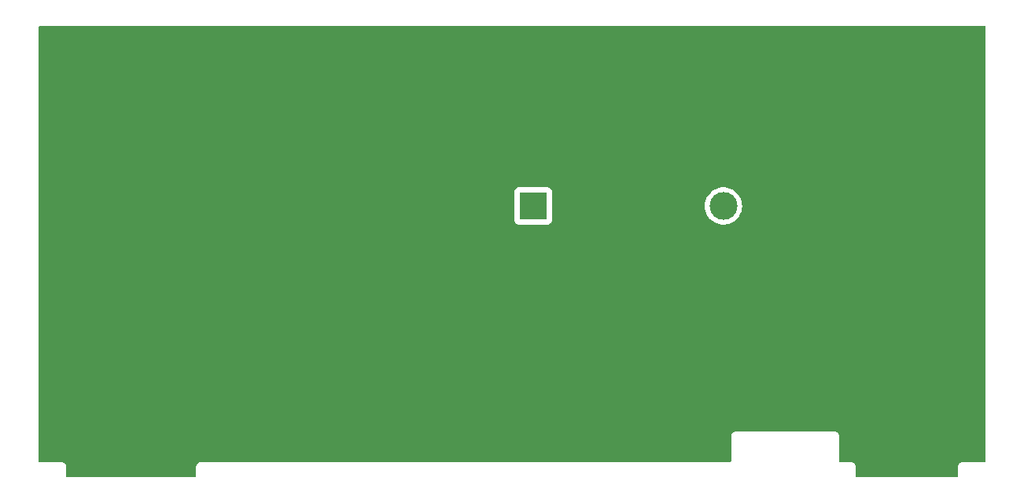
<source format=gbr>
G04 #@! TF.GenerationSoftware,KiCad,Pcbnew,(6.0.0)*
G04 #@! TF.CreationDate,2022-12-26T17:53:18+03:00*
G04 #@! TF.ProjectId,back,6261636b-2e6b-4696-9361-645f70636258,rev?*
G04 #@! TF.SameCoordinates,Original*
G04 #@! TF.FileFunction,Copper,L1,Top*
G04 #@! TF.FilePolarity,Positive*
%FSLAX46Y46*%
G04 Gerber Fmt 4.6, Leading zero omitted, Abs format (unit mm)*
G04 Created by KiCad (PCBNEW (6.0.0)) date 2022-12-26 17:53:18*
%MOMM*%
%LPD*%
G01*
G04 APERTURE LIST*
G04 #@! TA.AperFunction,ComponentPad*
%ADD10C,3.000000*%
G04 #@! TD*
G04 #@! TA.AperFunction,ComponentPad*
%ADD11R,3.000000X3.000000*%
G04 #@! TD*
G04 APERTURE END LIST*
D10*
X174265001Y-99879834D03*
D11*
X153775001Y-99879834D03*
G04 #@! TA.AperFunction,NonConductor*
G36*
X202434121Y-80528002D02*
G01*
X202480614Y-80581658D01*
X202492000Y-80634000D01*
X202492000Y-127366000D01*
X202471998Y-127434121D01*
X202418342Y-127480614D01*
X202366000Y-127492000D01*
X200008702Y-127492000D01*
X200007932Y-127491998D01*
X200007078Y-127491993D01*
X199930348Y-127491524D01*
X199921719Y-127493990D01*
X199921714Y-127493991D01*
X199901952Y-127499639D01*
X199885191Y-127503217D01*
X199864848Y-127506130D01*
X199864838Y-127506133D01*
X199855955Y-127507405D01*
X199832605Y-127518021D01*
X199815093Y-127524464D01*
X199807057Y-127526761D01*
X199790435Y-127531512D01*
X199765452Y-127547274D01*
X199750386Y-127555404D01*
X199723490Y-127567633D01*
X199704061Y-127584374D01*
X199689053Y-127595479D01*
X199667369Y-127609160D01*
X199661427Y-127615888D01*
X199647819Y-127631296D01*
X199635627Y-127643340D01*
X199613253Y-127662619D01*
X199608374Y-127670147D01*
X199608371Y-127670150D01*
X199599304Y-127684139D01*
X199588014Y-127699013D01*
X199571044Y-127718228D01*
X199558490Y-127744966D01*
X199550176Y-127759935D01*
X199534107Y-127784727D01*
X199531535Y-127793327D01*
X199526761Y-127809290D01*
X199520099Y-127826736D01*
X199509201Y-127849948D01*
X199504658Y-127879128D01*
X199500874Y-127895849D01*
X199494986Y-127915536D01*
X199494985Y-127915539D01*
X199492413Y-127924141D01*
X199492358Y-127933116D01*
X199492358Y-127933117D01*
X199492203Y-127958546D01*
X199492170Y-127959328D01*
X199492000Y-127960423D01*
X199492000Y-127991298D01*
X199491998Y-127992068D01*
X199491524Y-128069652D01*
X199491908Y-128070996D01*
X199492000Y-128072341D01*
X199492000Y-128966000D01*
X199471998Y-129034121D01*
X199418342Y-129080614D01*
X199366000Y-129092000D01*
X188634000Y-129092000D01*
X188565879Y-129071998D01*
X188519386Y-129018342D01*
X188508000Y-128966000D01*
X188508000Y-128008702D01*
X188508002Y-128007932D01*
X188508421Y-127939322D01*
X188508476Y-127930348D01*
X188506010Y-127921719D01*
X188506009Y-127921714D01*
X188500361Y-127901952D01*
X188496783Y-127885191D01*
X188493870Y-127864848D01*
X188493867Y-127864838D01*
X188492595Y-127855955D01*
X188481979Y-127832605D01*
X188475536Y-127815093D01*
X188470954Y-127799063D01*
X188468488Y-127790435D01*
X188452726Y-127765452D01*
X188444596Y-127750386D01*
X188432367Y-127723490D01*
X188415626Y-127704061D01*
X188404521Y-127689053D01*
X188395630Y-127674961D01*
X188390840Y-127667369D01*
X188368703Y-127647818D01*
X188356659Y-127635626D01*
X188343239Y-127620051D01*
X188343237Y-127620050D01*
X188337381Y-127613253D01*
X188329853Y-127608374D01*
X188329850Y-127608371D01*
X188315861Y-127599304D01*
X188300987Y-127588014D01*
X188288502Y-127576988D01*
X188281772Y-127571044D01*
X188273646Y-127567229D01*
X188273645Y-127567228D01*
X188267979Y-127564568D01*
X188255034Y-127558490D01*
X188240065Y-127550176D01*
X188215273Y-127534107D01*
X188190709Y-127526761D01*
X188173264Y-127520099D01*
X188168827Y-127518016D01*
X188150052Y-127509201D01*
X188120870Y-127504657D01*
X188104151Y-127500874D01*
X188084464Y-127494986D01*
X188084461Y-127494985D01*
X188075859Y-127492413D01*
X188066884Y-127492358D01*
X188066883Y-127492358D01*
X188060190Y-127492317D01*
X188041444Y-127492203D01*
X188040672Y-127492170D01*
X188039577Y-127492000D01*
X188008702Y-127492000D01*
X188007932Y-127491998D01*
X187934284Y-127491548D01*
X187934283Y-127491548D01*
X187930348Y-127491524D01*
X187929004Y-127491908D01*
X187927659Y-127492000D01*
X186834000Y-127492000D01*
X186765879Y-127471998D01*
X186719386Y-127418342D01*
X186708000Y-127366000D01*
X186708000Y-124708702D01*
X186708002Y-124707932D01*
X186708421Y-124639322D01*
X186708476Y-124630348D01*
X186706010Y-124621719D01*
X186706009Y-124621714D01*
X186700361Y-124601952D01*
X186696783Y-124585191D01*
X186693870Y-124564848D01*
X186693867Y-124564838D01*
X186692595Y-124555955D01*
X186681979Y-124532605D01*
X186675536Y-124515093D01*
X186670954Y-124499063D01*
X186668488Y-124490435D01*
X186652726Y-124465452D01*
X186644596Y-124450386D01*
X186632367Y-124423490D01*
X186615626Y-124404061D01*
X186604521Y-124389053D01*
X186595630Y-124374961D01*
X186590840Y-124367369D01*
X186568703Y-124347818D01*
X186556659Y-124335626D01*
X186543239Y-124320051D01*
X186543237Y-124320050D01*
X186537381Y-124313253D01*
X186529853Y-124308374D01*
X186529850Y-124308371D01*
X186515861Y-124299304D01*
X186500987Y-124288014D01*
X186488502Y-124276988D01*
X186481772Y-124271044D01*
X186473646Y-124267229D01*
X186473645Y-124267228D01*
X186467979Y-124264568D01*
X186455034Y-124258490D01*
X186440065Y-124250176D01*
X186415273Y-124234107D01*
X186390709Y-124226761D01*
X186373264Y-124220099D01*
X186368827Y-124218016D01*
X186350052Y-124209201D01*
X186320870Y-124204657D01*
X186304151Y-124200874D01*
X186284464Y-124194986D01*
X186284461Y-124194985D01*
X186275859Y-124192413D01*
X186266884Y-124192358D01*
X186266883Y-124192358D01*
X186260190Y-124192317D01*
X186241444Y-124192203D01*
X186240672Y-124192170D01*
X186239577Y-124192000D01*
X186208702Y-124192000D01*
X186207932Y-124191998D01*
X186134284Y-124191548D01*
X186134283Y-124191548D01*
X186130348Y-124191524D01*
X186129004Y-124191908D01*
X186127659Y-124192000D01*
X175608702Y-124192000D01*
X175607932Y-124191998D01*
X175607078Y-124191993D01*
X175530348Y-124191524D01*
X175521719Y-124193990D01*
X175521714Y-124193991D01*
X175501952Y-124199639D01*
X175485191Y-124203217D01*
X175464848Y-124206130D01*
X175464838Y-124206133D01*
X175455955Y-124207405D01*
X175432605Y-124218021D01*
X175415093Y-124224464D01*
X175407057Y-124226761D01*
X175390435Y-124231512D01*
X175365452Y-124247274D01*
X175350386Y-124255404D01*
X175323490Y-124267633D01*
X175304061Y-124284374D01*
X175289053Y-124295479D01*
X175267369Y-124309160D01*
X175261427Y-124315888D01*
X175247819Y-124331296D01*
X175235627Y-124343340D01*
X175213253Y-124362619D01*
X175208374Y-124370147D01*
X175208371Y-124370150D01*
X175199304Y-124384139D01*
X175188014Y-124399013D01*
X175171044Y-124418228D01*
X175158490Y-124444966D01*
X175150176Y-124459935D01*
X175134107Y-124484727D01*
X175131535Y-124493327D01*
X175126761Y-124509290D01*
X175120099Y-124526736D01*
X175109201Y-124549948D01*
X175104658Y-124579128D01*
X175100874Y-124595849D01*
X175094986Y-124615536D01*
X175094985Y-124615539D01*
X175092413Y-124624141D01*
X175092358Y-124633116D01*
X175092358Y-124633117D01*
X175092203Y-124658546D01*
X175092170Y-124659328D01*
X175092000Y-124660423D01*
X175092000Y-124691298D01*
X175091998Y-124692068D01*
X175091524Y-124769652D01*
X175091908Y-124770996D01*
X175092000Y-124772341D01*
X175092000Y-127366000D01*
X175071998Y-127434121D01*
X175018342Y-127480614D01*
X174966000Y-127492000D01*
X118008702Y-127492000D01*
X118007932Y-127491998D01*
X118007078Y-127491993D01*
X117930348Y-127491524D01*
X117921719Y-127493990D01*
X117921714Y-127493991D01*
X117901952Y-127499639D01*
X117885191Y-127503217D01*
X117864848Y-127506130D01*
X117864838Y-127506133D01*
X117855955Y-127507405D01*
X117832605Y-127518021D01*
X117815093Y-127524464D01*
X117807057Y-127526761D01*
X117790435Y-127531512D01*
X117765452Y-127547274D01*
X117750386Y-127555404D01*
X117723490Y-127567633D01*
X117704061Y-127584374D01*
X117689053Y-127595479D01*
X117667369Y-127609160D01*
X117661427Y-127615888D01*
X117647819Y-127631296D01*
X117635627Y-127643340D01*
X117613253Y-127662619D01*
X117608374Y-127670147D01*
X117608371Y-127670150D01*
X117599304Y-127684139D01*
X117588014Y-127699013D01*
X117571044Y-127718228D01*
X117558490Y-127744966D01*
X117550176Y-127759935D01*
X117534107Y-127784727D01*
X117531535Y-127793327D01*
X117526761Y-127809290D01*
X117520099Y-127826736D01*
X117509201Y-127849948D01*
X117504658Y-127879128D01*
X117500874Y-127895849D01*
X117494986Y-127915536D01*
X117494985Y-127915539D01*
X117492413Y-127924141D01*
X117492358Y-127933116D01*
X117492358Y-127933117D01*
X117492203Y-127958546D01*
X117492170Y-127959328D01*
X117492000Y-127960423D01*
X117492000Y-127991298D01*
X117491998Y-127992068D01*
X117491524Y-128069652D01*
X117491908Y-128070996D01*
X117492000Y-128072341D01*
X117492000Y-128966000D01*
X117471998Y-129034121D01*
X117418342Y-129080614D01*
X117366000Y-129092000D01*
X103634000Y-129092000D01*
X103565879Y-129071998D01*
X103519386Y-129018342D01*
X103508000Y-128966000D01*
X103508000Y-128008702D01*
X103508002Y-128007932D01*
X103508421Y-127939322D01*
X103508476Y-127930348D01*
X103506010Y-127921719D01*
X103506009Y-127921714D01*
X103500361Y-127901952D01*
X103496783Y-127885191D01*
X103493870Y-127864848D01*
X103493867Y-127864838D01*
X103492595Y-127855955D01*
X103481979Y-127832605D01*
X103475536Y-127815093D01*
X103470954Y-127799063D01*
X103468488Y-127790435D01*
X103452726Y-127765452D01*
X103444596Y-127750386D01*
X103432367Y-127723490D01*
X103415626Y-127704061D01*
X103404521Y-127689053D01*
X103395630Y-127674961D01*
X103390840Y-127667369D01*
X103368703Y-127647818D01*
X103356659Y-127635626D01*
X103343239Y-127620051D01*
X103343237Y-127620050D01*
X103337381Y-127613253D01*
X103329853Y-127608374D01*
X103329850Y-127608371D01*
X103315861Y-127599304D01*
X103300987Y-127588014D01*
X103288502Y-127576988D01*
X103281772Y-127571044D01*
X103273646Y-127567229D01*
X103273645Y-127567228D01*
X103267979Y-127564568D01*
X103255034Y-127558490D01*
X103240065Y-127550176D01*
X103215273Y-127534107D01*
X103190709Y-127526761D01*
X103173264Y-127520099D01*
X103168827Y-127518016D01*
X103150052Y-127509201D01*
X103120870Y-127504657D01*
X103104151Y-127500874D01*
X103084464Y-127494986D01*
X103084461Y-127494985D01*
X103075859Y-127492413D01*
X103066884Y-127492358D01*
X103066883Y-127492358D01*
X103060190Y-127492317D01*
X103041444Y-127492203D01*
X103040672Y-127492170D01*
X103039577Y-127492000D01*
X103008702Y-127492000D01*
X103007932Y-127491998D01*
X102934284Y-127491548D01*
X102934283Y-127491548D01*
X102930348Y-127491524D01*
X102929004Y-127491908D01*
X102927659Y-127492000D01*
X100634000Y-127492000D01*
X100565879Y-127471998D01*
X100519386Y-127418342D01*
X100508000Y-127366000D01*
X100508000Y-101427968D01*
X151766501Y-101427968D01*
X151773256Y-101490150D01*
X151824386Y-101626539D01*
X151911740Y-101743095D01*
X152028296Y-101830449D01*
X152164685Y-101881579D01*
X152226867Y-101888334D01*
X155323135Y-101888334D01*
X155385317Y-101881579D01*
X155521706Y-101830449D01*
X155638262Y-101743095D01*
X155725616Y-101626539D01*
X155776746Y-101490150D01*
X155783501Y-101427968D01*
X155783501Y-99858752D01*
X172251918Y-99858752D01*
X172267683Y-100132154D01*
X172268508Y-100136359D01*
X172268509Y-100136367D01*
X172279128Y-100190491D01*
X172320406Y-100400887D01*
X172321793Y-100404937D01*
X172321794Y-100404942D01*
X172342606Y-100465729D01*
X172409113Y-100659978D01*
X172532161Y-100904633D01*
X172534587Y-100908162D01*
X172534590Y-100908168D01*
X172684844Y-101126787D01*
X172687275Y-101130324D01*
X172871583Y-101332877D01*
X173081676Y-101508541D01*
X173085317Y-101510825D01*
X173310025Y-101651785D01*
X173310029Y-101651787D01*
X173313665Y-101654068D01*
X173381545Y-101684717D01*
X173559346Y-101764998D01*
X173559350Y-101765000D01*
X173563258Y-101766764D01*
X173567378Y-101767984D01*
X173567377Y-101767984D01*
X173821724Y-101843325D01*
X173821728Y-101843326D01*
X173825837Y-101844543D01*
X173830071Y-101845191D01*
X173830076Y-101845192D01*
X174092299Y-101885317D01*
X174092301Y-101885317D01*
X174096541Y-101885966D01*
X174235913Y-101888156D01*
X174366072Y-101890201D01*
X174366078Y-101890201D01*
X174370363Y-101890268D01*
X174642236Y-101857368D01*
X174907128Y-101787875D01*
X174911088Y-101786235D01*
X174911093Y-101786233D01*
X175033633Y-101735475D01*
X175160137Y-101683075D01*
X175396583Y-101544907D01*
X175612090Y-101375928D01*
X175653810Y-101332877D01*
X175799687Y-101182343D01*
X175802670Y-101179265D01*
X175805203Y-101175817D01*
X175805207Y-101175812D01*
X175962258Y-100962012D01*
X175964796Y-100958557D01*
X175992155Y-100908168D01*
X176093419Y-100721664D01*
X176093420Y-100721662D01*
X176095469Y-100717888D01*
X176192270Y-100461711D01*
X176253408Y-100194767D01*
X176277752Y-99921995D01*
X176278194Y-99879834D01*
X176259568Y-99606612D01*
X176204033Y-99338446D01*
X176112618Y-99080299D01*
X175987014Y-98836946D01*
X175977041Y-98822755D01*
X175832009Y-98616396D01*
X175829546Y-98612891D01*
X175643126Y-98412279D01*
X175639811Y-98409565D01*
X175639807Y-98409562D01*
X175478305Y-98277374D01*
X175431206Y-98238824D01*
X175197705Y-98095735D01*
X175193769Y-98094007D01*
X174950874Y-97987383D01*
X174950870Y-97987382D01*
X174946946Y-97985659D01*
X174683567Y-97910634D01*
X174679325Y-97910030D01*
X174679319Y-97910029D01*
X174474388Y-97880863D01*
X174412444Y-97872047D01*
X174268590Y-97871294D01*
X174142878Y-97870636D01*
X174142872Y-97870636D01*
X174138592Y-97870614D01*
X174134348Y-97871173D01*
X174134344Y-97871173D01*
X174060742Y-97880863D01*
X173867079Y-97906359D01*
X173862939Y-97907492D01*
X173862937Y-97907492D01*
X173795038Y-97926067D01*
X173602929Y-97978622D01*
X173598981Y-97980306D01*
X173354983Y-98084380D01*
X173354979Y-98084382D01*
X173351031Y-98086066D01*
X173331126Y-98097979D01*
X173119726Y-98224498D01*
X173119722Y-98224501D01*
X173116044Y-98226702D01*
X172902319Y-98397928D01*
X172713809Y-98596576D01*
X172554003Y-98818970D01*
X172425858Y-99060995D01*
X172424386Y-99065018D01*
X172424384Y-99065022D01*
X172417315Y-99084340D01*
X172331744Y-99318171D01*
X172273405Y-99585741D01*
X172251918Y-99858752D01*
X155783501Y-99858752D01*
X155783501Y-98331700D01*
X155776746Y-98269518D01*
X155725616Y-98133129D01*
X155638262Y-98016573D01*
X155521706Y-97929219D01*
X155385317Y-97878089D01*
X155323135Y-97871334D01*
X152226867Y-97871334D01*
X152164685Y-97878089D01*
X152028296Y-97929219D01*
X151911740Y-98016573D01*
X151824386Y-98133129D01*
X151773256Y-98269518D01*
X151766501Y-98331700D01*
X151766501Y-101427968D01*
X100508000Y-101427968D01*
X100508000Y-80634000D01*
X100528002Y-80565879D01*
X100581658Y-80519386D01*
X100634000Y-80508000D01*
X202366000Y-80508000D01*
X202434121Y-80528002D01*
G37*
G04 #@! TD.AperFunction*
M02*

</source>
